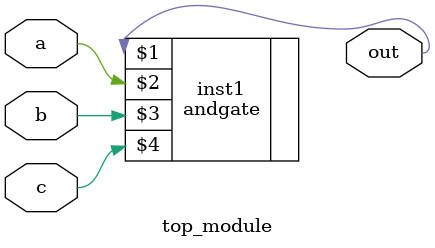
<source format=v>
/*
module andgate ( output out, input a, input b, input c, input d, input e );

module top_module (input a, input b, input c, output out);//

    andgate inst1 ( a, b, c, out );

endmodule
*/
module top_module (input a, input b, input c, output out);//



    andgate inst1 ( out,a, b, c,);

endmodule

</source>
